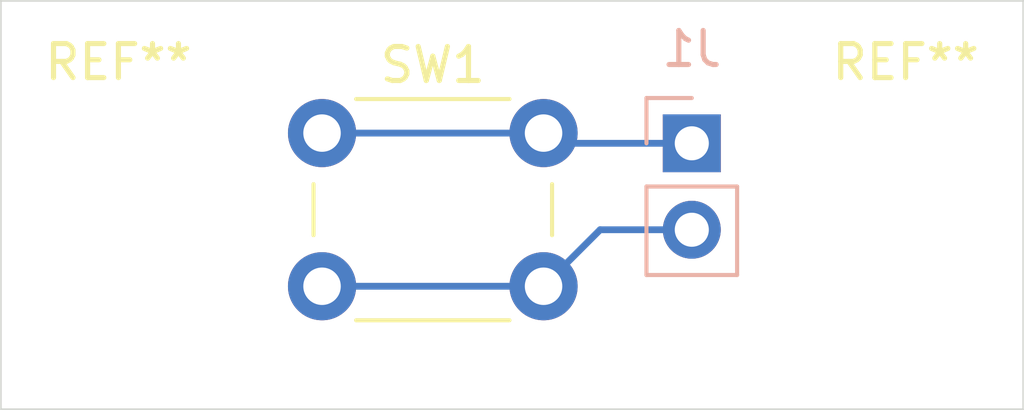
<source format=kicad_pcb>
(kicad_pcb (version 20240108) (generator "pcbnew") (generator_version "8.0")
  (layers (0 "F.Cu" signal) (31 "B.Cu" signal) (34 "B.Paste" user) (35 "F.Paste" user) (36 "B.SilkS" user "B.Silkscreen") (37 "F.SilkS" user "F.Silkscreen") (38 "B.Mask" user) (39 "F.Mask" user) (44 "Edge.Cuts" user))
  (net 0 "")
  (net 1 "Earth")
  (net 2 "/RESET_SW")
  (footprint "MountingHole:MountingHole_3.2mm_M3" (layer "F.Cu") (at 91.62619 65.275)
    (property "Reference" "REF**" (at 0 -4.2 0) (layer "F.SilkS"))
    (property "Value" "MountingHole_3.2mm_M3" (hide yes))
    (pad "" np_thru_hole circle (at 0 0) (size 3.2 3.2) (drill 3.2) (layers "*.Cu" "*.Mask"))
  )
  (footprint "MountingHole:MountingHole_3.2mm_M3" (layer "F.Cu") (at 68.52619 65.275)
    (property "Reference" "REF**" (at 0 -4.2 0) (layer "F.SilkS"))
    (property "Value" "MountingHole_3.2mm_M3" (hide yes))
    (pad "" np_thru_hole circle (at 0 0) (size 3.2 3.2) (drill 3.2) (layers "*.Cu" "*.Mask"))
  )
  (footprint "Button_Switch_THT:SW_PUSH_6mm_H5mm" (layer "F.Cu") (at 74.50119 63.16)
    (property "Reference" "SW1" (at 3.25 -2 0) (layer "F.SilkS"))
    (property "Value" "SW_Push")
    (fp_line (start -0.25 1.5) (end -0.25 3) (stroke (width 0.12)) (layer "F.SilkS"))
    (fp_line (start 1 5.5) (end 5.5 5.5) (stroke (width 0.12)) (layer "F.SilkS"))
    (fp_line (start 5.5 -1) (end 1 -1) (stroke (width 0.12)) (layer "F.SilkS"))
    (fp_line (start 6.75 3) (end 6.75 1.5) (stroke (width 0.12)) (layer "F.SilkS"))
    (pad "1" thru_hole circle (at 0 0 90) (size 2 2) (drill 1.1) (layers "*.Cu" "*.Mask") (net 2 "/RESET_SW"))
    (pad "1" thru_hole circle (at 6.5 0 90) (size 2 2) (drill 1.1) (layers "*.Cu" "*.Mask") (net 2 "/RESET_SW"))
    (pad "2" thru_hole circle (at 0 4.5 90) (size 2 2) (drill 1.1) (layers "*.Cu" "*.Mask") (net 1 "Earth"))
    (pad "2" thru_hole circle (at 6.5 4.5 90) (size 2 2) (drill 1.1) (layers "*.Cu" "*.Mask") (net 1 "Earth"))
  )
  (footprint "Connector_PinSocket_2.54mm:PinSocket_1x02_P2.54mm_Vertical" (layer "B.Cu") (at 85.35119 63.46 180)
    (property "Reference" "J1" (at 0 2.77 0) (layer "B.SilkS") (effects (justify mirror)))
    (property "Value" "Conn_01x02" (hide yes))
    (fp_line (start 1.33 1.33) (end 0 1.33) (stroke (width 0.12)) (layer "B.SilkS"))
    (fp_line (start 1.33 0) (end 1.33 1.33) (stroke (width 0.12)) (layer "B.SilkS"))
    (fp_line (start 1.33 -1.27) (end -1.33 -1.27) (stroke (width 0.12)) (layer "B.SilkS"))
    (fp_line (start 1.33 -3.87) (end 1.33 -1.27) (stroke (width 0.12)) (layer "B.SilkS"))
    (fp_line (start 1.33 -3.87) (end -1.33 -3.87) (stroke (width 0.12)) (layer "B.SilkS"))
    (fp_line (start -1.33 -3.87) (end -1.33 -1.27) (stroke (width 0.12)) (layer "B.SilkS"))
    (pad "1" thru_hole rect (at 0 0 180) (size 1.7 1.7) (drill 1) (layers "*.Cu" "*.Mask") (net 2 "/RESET_SW"))
    (pad "2" thru_hole oval (at 0 -2.54 180) (size 1.7 1.7) (drill 1) (layers "*.Cu" "*.Mask") (net 1 "Earth"))
  )
  (gr_rect (start 65.07619 59.275) (end 95.07619 71.275) (stroke (width 0.05)) (fill none) (layer "Edge.Cuts"))
  (segment (start 82.66119 66) (end 81.00119 67.66) (width 0.2) (layer "B.Cu") (net 1))
  (segment (start 81.00119 67.66) (end 74.50119 67.66) (width 0.2) (layer "B.Cu") (net 1))
  (segment (start 85.35119 66) (end 82.66119 66) (width 0.2) (layer "B.Cu") (net 1))
  (segment (start 85.35119 63.46) (end 81.30119 63.46) (width 0.2) (layer "B.Cu") (net 2))
  (segment (start 81.30119 63.46) (end 81.00119 63.16) (width 0.2) (layer "B.Cu") (net 2))
  (segment (start 81.00119 63.16) (end 74.50119 63.16) (width 0.2) (layer "B.Cu") (net 2))
)
</source>
